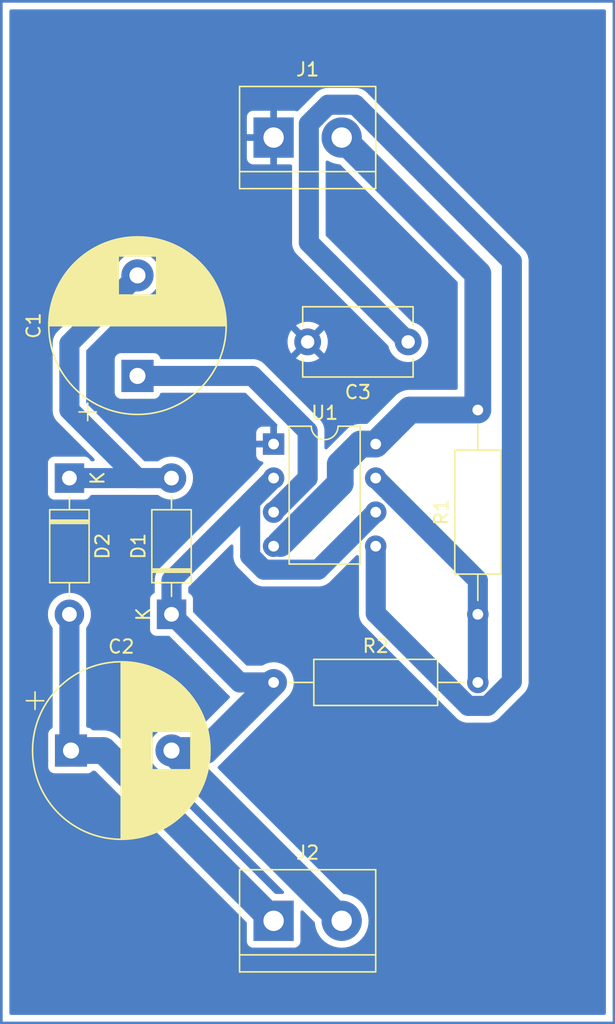
<source format=kicad_pcb>
(kicad_pcb (version 20221018) (generator pcbnew)
  (layers (0 "F.Cu" signal) (31 "B.Cu" signal) (34 "B.Paste" user) (35 "F.Paste" user) (36 "B.SilkS" user "B.Silkscreen") (37 "F.SilkS" user "F.Silkscreen") (38 "B.Mask" user) (39 "F.Mask" user) (44 "Edge.Cuts" user))
  (net 0 "")
  (net 1 "Net-(U1-Q)")
  (net 2 "Net-(D1-A)")
  (net 3 "Net-(D2-A)")
  (net 4 "Net-(D1-K)")
  (net 5 "Net-(U1-CV)")
  (net 6 "Earth")
  (net 7 "+9V")
  (net 8 "Net-(U1-DIS)")
  (footprint "TerminalBlock:TerminalBlock_bornier-2_P5.08mm" (layer "F.Cu") (at 127 121.92)
    (fp_text reference "J2" (at 2.54 -5.08) (layer "F.SilkS"))
    (fp_text value "OUTPUT")
    (pad "1" thru_hole rect (at 0 0) (size 3 3) (drill 1.52) (layers "*.Cu" "*.Mask") (net 3 "Net-(D2-A)"))
    (pad "2" thru_hole circle (at 5.08 0) (size 3 3) (drill 1.52) (layers "*.Cu" "*.Mask") (net 4 "Net-(D1-K)"))
  )
  (footprint "Diode_THT:D_DO-41_SOD81_P10.16mm_Horizontal" (layer "F.Cu") (at 119.38 99.06 90)
    (fp_text reference "D1" (at 5.08 -2.47 90) (layer "F.SilkS"))
    (fp_text value "1N4007")
    (fp_text user "K" (at 0 -2.1 90) (layer "F.SilkS"))
    (pad "1" thru_hole rect (at 0 0 90) (size 2.2 2.2) (drill 1.1) (layers "*.Cu" "*.Mask") (net 4 "Net-(D1-K)"))
    (pad "2" thru_hole oval (at 10.16 0 90) (size 2.2 2.2) (drill 1.1) (layers "*.Cu" "*.Mask") (net 2 "Net-(D1-A)"))
  )
  (footprint "TerminalBlock:TerminalBlock_bornier-2_P5.08mm" (layer "F.Cu") (at 127 63.5)
    (fp_text reference "J1" (at 2.54 -5.08) (layer "F.SilkS"))
    (fp_text value "INPUT")
    (pad "1" thru_hole rect (at 0 0) (size 3 3) (drill 1.52) (layers "*.Cu" "*.Mask") (net 6 "Earth"))
    (pad "2" thru_hole circle (at 5.08 0) (size 3 3) (drill 1.52) (layers "*.Cu" "*.Mask") (net 7 "+9V"))
  )
  (footprint "Diode_THT:D_DO-41_SOD81_P10.16mm_Horizontal" (layer "F.Cu") (at 111.76 88.9 -90)
    (fp_text reference "D2" (at 5.08 -2.47 90) (layer "F.SilkS"))
    (fp_text value "1N4007")
    (fp_text user "K" (at 0 -2.1 90) (layer "F.SilkS"))
    (pad "1" thru_hole rect (at 0 0 270) (size 2.2 2.2) (drill 1.1) (layers "*.Cu" "*.Mask") (net 2 "Net-(D1-A)"))
    (pad "2" thru_hole oval (at 10.16 0 270) (size 2.2 2.2) (drill 1.1) (layers "*.Cu" "*.Mask") (net 3 "Net-(D2-A)"))
  )
  (footprint "Resistor_THT:R_Axial_DIN0309_L9.0mm_D3.2mm_P15.24mm_Horizontal" (layer "F.Cu") (at 142.24 99.06 90)
    (fp_text reference "R1" (at 7.62 -2.72 90) (layer "F.SilkS"))
    (fp_text value "1K")
    (pad "1" thru_hole circle (at 0 0 90) (size 1.6 1.6) (drill 0.8) (layers "*.Cu" "*.Mask") (net 8 "Net-(U1-DIS)"))
    (pad "2" thru_hole oval (at 15.24 0 90) (size 1.6 1.6) (drill 0.8) (layers "*.Cu" "*.Mask") (net 7 "+9V"))
  )
  (footprint "Capacitor_THT:CP_Radial_D13.0mm_P7.50mm" (layer "F.Cu") (at 111.88 109.22)
    (fp_text reference "C2" (at 3.75 -7.75) (layer "F.SilkS"))
    (fp_text value "10uF")
    (pad "1" thru_hole rect (at 0 0) (size 2.4 2.4) (drill 1.2) (layers "*.Cu" "*.Mask") (net 3 "Net-(D2-A)"))
    (pad "2" thru_hole circle (at 7.5 0) (size 2.4 2.4) (drill 1.2) (layers "*.Cu" "*.Mask") (net 4 "Net-(D1-K)"))
  )
  (footprint "Capacitor_THT:C_Disc_D8.0mm_W5.0mm_P7.50mm" (layer "F.Cu") (at 137.04 78.74 180)
    (fp_text reference "C3" (at 3.75 -3.75) (layer "F.SilkS"))
    (fp_text value "100nF")
    (pad "1" thru_hole circle (at 0 0 180) (size 2 2) (drill 1) (layers "*.Cu" "*.Mask") (net 5 "Net-(U1-CV)"))
    (pad "2" thru_hole circle (at 7.5 0 180) (size 2 2) (drill 1) (layers "*.Cu" "*.Mask") (net 6 "Earth"))
  )
  (footprint "Package_DIP:DIP-8_W7.62mm" (layer "F.Cu") (at 127 86.36)
    (fp_text reference "U1" (at 3.81 -2.33) (layer "F.SilkS"))
    (fp_text value "LM555xN")
    (pad "1" thru_hole rect (at 0 0) (size 1.6 1.6) (drill 0.8) (layers "*.Cu" "*.Mask") (net 6 "Earth"))
    (pad "2" thru_hole oval (at 0 2.54) (size 1.6 1.6) (drill 0.8) (layers "*.Cu" "*.Mask") (net 4 "Net-(D1-K)"))
    (pad "3" thru_hole oval (at 0 5.08) (size 1.6 1.6) (drill 0.8) (layers "*.Cu" "*.Mask") (net 1 "Net-(U1-Q)"))
    (pad "4" thru_hole oval (at 0 7.62) (size 1.6 1.6) (drill 0.8) (layers "*.Cu" "*.Mask") (net 7 "+9V"))
    (pad "5" thru_hole oval (at 7.62 7.62) (size 1.6 1.6) (drill 0.8) (layers "*.Cu" "*.Mask") (net 5 "Net-(U1-CV)"))
    (pad "6" thru_hole oval (at 7.62 5.08) (size 1.6 1.6) (drill 0.8) (layers "*.Cu" "*.Mask") (net 4 "Net-(D1-K)"))
    (pad "7" thru_hole oval (at 7.62 2.54) (size 1.6 1.6) (drill 0.8) (layers "*.Cu" "*.Mask") (net 8 "Net-(U1-DIS)"))
    (pad "8" thru_hole oval (at 7.62 0) (size 1.6 1.6) (drill 0.8) (layers "*.Cu" "*.Mask") (net 7 "+9V"))
  )
  (footprint "Resistor_THT:R_Axial_DIN0309_L9.0mm_D3.2mm_P15.24mm_Horizontal" (layer "F.Cu") (at 127 104.14)
    (fp_text reference "R2" (at 7.62 -2.72) (layer "F.SilkS"))
    (fp_text value "10K")
    (pad "1" thru_hole circle (at 0 0) (size 1.6 1.6) (drill 0.8) (layers "*.Cu" "*.Mask") (net 4 "Net-(D1-K)"))
    (pad "2" thru_hole oval (at 15.24 0) (size 1.6 1.6) (drill 0.8) (layers "*.Cu" "*.Mask") (net 8 "Net-(U1-DIS)"))
  )
  (footprint "Capacitor_THT:CP_Radial_D13.0mm_P7.50mm" (layer "F.Cu") (at 116.84 81.28 90)
    (fp_text reference "C1" (at 3.75 -7.75 90) (layer "F.SilkS"))
    (fp_text value "10uF")
    (pad "1" thru_hole rect (at 0 0 90) (size 2.4 2.4) (drill 1.2) (layers "*.Cu" "*.Mask") (net 1 "Net-(U1-Q)"))
    (pad "2" thru_hole circle (at 7.5 0 90) (size 2.4 2.4) (drill 1.2) (layers "*.Cu" "*.Mask") (net 2 "Net-(D1-A)"))
  )
  (gr_rect (start 106.68 53.34) (end 152.4 129.54) (stroke (width 0.2)) (fill none) (layer "B.Cu"))
  (segment (start 129.54 88.9) (end 127 91.44) (width 1.5) (layer "B.Cu") (net 1))
  (segment (start 125.42 81.28) (end 129.54 85.4) (width 1.5) (layer "B.Cu") (net 1))
  (segment (start 129.54 85.4) (end 129.54 88.9) (width 1.5) (layer "B.Cu") (net 1))
  (segment (start 116.84 81.28) (end 125.42 81.28) (width 1.5) (layer "B.Cu") (net 1))
  (segment (start 111.76 83.82) (end 116.84 88.9) (width 1.5) (layer "B.Cu") (net 2))
  (segment (start 116.84 88.9) (end 119.38 88.9) (width 1.5) (layer "B.Cu") (net 2))
  (segment (start 111.76 88.9) (end 119.38 88.9) (width 1.5) (layer "B.Cu") (net 2))
  (segment (start 116.84 73.78) (end 111.76 78.86) (width 1.5) (layer "B.Cu") (net 2))
  (segment (start 111.76 78.86) (end 111.76 83.82) (width 1.5) (layer "B.Cu") (net 2))
  (segment (start 111.88 109.22) (end 114.3 109.22) (width 2) (layer "B.Cu") (net 3))
  (segment (start 111.76 99.06) (end 111.76 109.1) (width 1.5) (layer "B.Cu") (net 3))
  (segment (start 111.76 109.1) (end 111.88 109.22) (width 1.5) (layer "B.Cu") (net 3))
  (segment (start 114.3 109.22) (end 127 121.92) (width 2) (layer "B.Cu") (net 3))
  (segment (start 119.38 99.06) (end 119.38 96.52) (width 1.5) (layer "B.Cu") (net 4))
  (segment (start 119.38 96.52) (end 127 88.9) (width 1.5) (layer "B.Cu") (net 4))
  (segment (start 127 88.9) (end 125.25 90.65) (width 1.5) (layer "B.Cu") (net 4))
  (segment (start 124.46 104.14) (end 119.38 99.06) (width 1.5) (layer "B.Cu") (net 4))
  (segment (start 130.33 95.73) (end 134.62 91.44) (width 1.5) (layer "B.Cu") (net 4))
  (segment (start 125.25 94.704874) (end 126.275126 95.73) (width 1.5) (layer "B.Cu") (net 4))
  (segment (start 119.38 109.22) (end 132.08 121.92) (width 2) (layer "B.Cu") (net 4))
  (segment (start 126.275126 95.73) (end 130.33 95.73) (width 1.5) (layer "B.Cu") (net 4))
  (segment (start 125.25 90.65) (end 125.25 94.704874) (width 1.5) (layer "B.Cu") (net 4))
  (segment (start 119.38 109.22) (end 121.92 109.22) (width 2) (layer "B.Cu") (net 4))
  (segment (start 127 104.14) (end 124.46 104.14) (width 1.5) (layer "B.Cu") (net 4))
  (segment (start 121.92 109.22) (end 127 104.14) (width 2) (layer "B.Cu") (net 4))
  (segment (start 133.094824 61.05) (end 131.065176 61.05) (width 1.5) (layer "B.Cu") (net 5))
  (segment (start 129.63 71.33) (end 137.04 78.74) (width 1.5) (layer "B.Cu") (net 5))
  (segment (start 144.78 104.074874) (end 144.78 72.735176) (width 1.5) (layer "B.Cu") (net 5))
  (segment (start 134.62 93.98) (end 134.62 98.994874) (width 1.5) (layer "B.Cu") (net 5))
  (segment (start 129.63 62.485176) (end 129.63 71.33) (width 1.5) (layer "B.Cu") (net 5))
  (segment (start 134.62 98.994874) (end 141.515126 105.89) (width 1.5) (layer "B.Cu") (net 5))
  (segment (start 142.964874 105.89) (end 144.78 104.074874) (width 1.5) (layer "B.Cu") (net 5))
  (segment (start 141.515126 105.89) (end 142.964874 105.89) (width 1.5) (layer "B.Cu") (net 5))
  (segment (start 131.065176 61.05) (end 129.63 62.485176) (width 1.5) (layer "B.Cu") (net 5))
  (segment (start 144.78 72.735176) (end 133.094824 61.05) (width 1.5) (layer "B.Cu") (net 5))
  (segment (start 137.16 83.82) (end 134.62 86.36) (width 2) (layer "B.Cu") (net 7))
  (segment (start 131.971142 89.297286) (end 127.488428 93.78) (width 2) (layer "B.Cu") (net 7))
  (segment (start 132.08 63.5) (end 142.24 73.66) (width 2) (layer "B.Cu") (net 7))
  (segment (start 134.62 86.36) (end 133.48863 86.36) (width 2) (layer "B.Cu") (net 7))
  (segment (start 133.48863 86.36) (end 131.971142 87.877488) (width 2) (layer "B.Cu") (net 7))
  (segment (start 131.971142 87.877488) (end 131.971142 89.297286) (width 2) (layer "B.Cu") (net 7))
  (segment (start 142.24 73.66) (end 142.24 83.82) (width 2) (layer "B.Cu") (net 7))
  (segment (start 142.24 83.82) (end 137.16 83.82) (width 2) (layer "B.Cu") (net 7))
  (segment (start 142.24 96.52) (end 142.24 99.06) (width 1.5) (layer "B.Cu") (net 8))
  (segment (start 134.62 88.9) (end 142.24 96.52) (width 1.5) (layer "B.Cu") (net 8))
  (segment (start 142.24 104.14) (end 142.24 99.06) (width 1.5) (layer "B.Cu") (net 8))
  (zone (net 6) (net_name "Earth") (layer "B.Cu") (connect_pads (clearance 0.5)) (min_thickness 0.25) (fill yes (thermal_gap 0.5) (thermal_bridge_width 0.5))
    (polygon (pts (xy 106.68 53.34) (xy 106.68 129.54) (xy 152.4 129.54) (xy 152.4 53.34)))
  )
)
</source>
